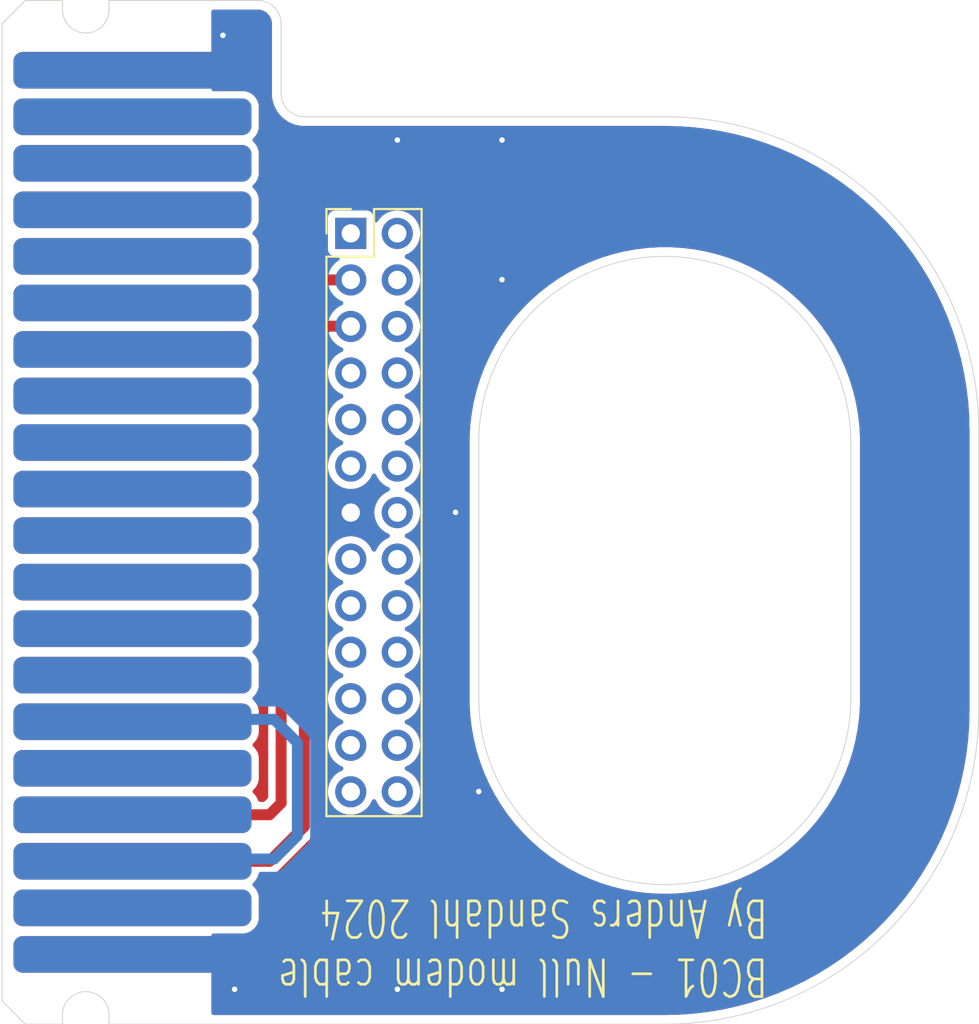
<source format=kicad_pcb>
(kicad_pcb (version 20221018) (generator pcbnew)
  (layers (0 "F.Cu" signal) (31 "B.Cu" signal) (34 "B.Paste" user) (35 "F.Paste" user) (36 "B.SilkS" user "B.Silkscreen") (37 "F.SilkS" user "F.Silkscreen") (38 "B.Mask" user) (39 "F.Mask" user) (44 "Edge.Cuts" user))
  (net 0 "")
  (net 3 "RxD")
  (net 5 "TxD")
  (net 11 "GND")
  (net 50 "Net-(J1-Pin_30)")
  (footprint "anders:IDC-female-flat-20_2" (layer "F.Cu") (at 120.7879 88.9)
    (fp_text reference "J1" hide)
    (fp_text value "Conn_02x20_Odd_Even" hide)
    (pad "1" smd roundrect (at 6.985 -24.13) (size 13 2) (layers "F.Cu" "F.Paste" "F.Mask") (net 11 "GND"))
    (pad "2" smd roundrect (at 6.985 -24.13) (size 13 2) (layers "B.Cu" "B.Paste" "B.Mask") (net 11 "GND"))
    (pad "3" smd roundrect (at 6.985 -21.59) (size 13 2) (layers "F.Cu" "F.Paste" "F.Mask"))
    (pad "4" smd roundrect (at 6.985 -21.59) (size 13 2) (layers "B.Cu" "B.Paste" "B.Mask"))
    (pad "5" smd roundrect (at 6.985 -19.05) (size 13 2) (layers "F.Cu" "F.Paste" "F.Mask"))
    (pad "6" smd roundrect (at 6.985 -19.05) (size 13 2) (layers "B.Cu" "B.Paste" "B.Mask"))
    (pad "7" smd roundrect (at 6.985 -16.51) (size 13 2) (layers "F.Cu" "F.Paste" "F.Mask"))
    (pad "8" smd roundrect (at 6.985 -16.51) (size 13 2) (layers "B.Cu" "B.Paste" "B.Mask"))
    (pad "9" smd roundrect (at 6.985 -13.97) (size 13 2) (layers "F.Cu" "F.Paste" "F.Mask"))
    (pad "10" smd roundrect (at 6.985 -13.97) (size 13 2) (layers "B.Cu" "B.Paste" "B.Mask"))
    (pad "11" smd roundrect (at 6.985 -11.43) (size 13 2) (layers "F.Cu" "F.Paste" "F.Mask"))
    (pad "12" smd roundrect (at 6.985 -11.43) (size 13 2) (layers "B.Cu" "B.Paste" "B.Mask"))
    (pad "13" smd roundrect (at 6.985 -8.89) (size 13 2) (layers "F.Cu" "F.Paste" "F.Mask"))
    (pad "14" smd roundrect (at 6.985 -8.89) (size 13 2) (layers "B.Cu" "B.Paste" "B.Mask"))
    (pad "15" smd roundrect (at 6.985 -6.35) (size 13 2) (layers "F.Cu" "F.Paste" "F.Mask"))
    (pad "16" smd roundrect (at 6.985 -6.35) (size 13 2) (layers "B.Cu" "B.Paste" "B.Mask"))
    (pad "17" smd roundrect (at 6.985 -3.81) (size 13 2) (layers "F.Cu" "F.Paste" "F.Mask"))
    (pad "18" smd roundrect (at 6.985 -3.81) (size 13 2) (layers "B.Cu" "B.Paste" "B.Mask"))
    (pad "19" smd roundrect (at 6.985 -1.27) (size 13 2) (layers "F.Cu" "F.Paste" "F.Mask"))
    (pad "20" smd roundrect (at 6.985 -1.27) (size 13 2) (layers "B.Cu" "B.Paste" "B.Mask"))
    (pad "21" smd roundrect (at 6.985 1.27) (size 13 2) (layers "F.Cu" "F.Paste" "F.Mask"))
    (pad "22" smd roundrect (at 6.985 1.27) (size 13 2) (layers "B.Cu" "B.Paste" "B.Mask"))
    (pad "23" smd roundrect (at 6.985 3.81) (size 13 2) (layers "F.Cu" "F.Paste" "F.Mask"))
    (pad "24" smd roundrect (at 6.985 3.81) (size 13 2) (layers "B.Cu" "B.Paste" "B.Mask"))
    (pad "25" smd roundrect (at 6.985 6.35) (size 13 2) (layers "F.Cu" "F.Paste" "F.Mask"))
    (pad "26" smd roundrect (at 6.985 6.35) (size 13 2) (layers "B.Cu" "B.Paste" "B.Mask"))
    (pad "27" smd roundrect (at 6.985 8.89) (size 13 2) (layers "F.Cu" "F.Paste" "F.Mask"))
    (pad "28" smd roundrect (at 6.985 8.89) (size 13 2) (layers "B.Cu" "B.Paste" "B.Mask"))
    (pad "29" smd roundrect (at 6.985 11.43) (size 13 2) (layers "F.Cu" "F.Paste" "F.Mask"))
    (pad "30" smd roundrect (at 6.985 11.43) (size 13 2) (layers "B.Cu" "B.Paste" "B.Mask") (net 50 "Net-(J1-Pin_30)"))
    (pad "31" smd roundrect (at 6.985 13.97) (size 13 2) (layers "F.Cu" "F.Paste" "F.Mask"))
    (pad "32" smd roundrect (at 6.985 13.97) (size 13 2) (layers "B.Cu" "B.Paste" "B.Mask"))
    (pad "33" smd roundrect (at 6.985 16.51) (size 13 2) (layers "F.Cu" "F.Paste" "F.Mask") (net 3 "RxD"))
    (pad "34" smd roundrect (at 6.985 16.51) (size 13 2) (layers "B.Cu" "B.Paste" "B.Mask"))
    (pad "35" smd roundrect (at 6.985 19.05) (size 13 2) (layers "F.Cu" "F.Paste" "F.Mask") (net 5 "TxD"))
    (pad "36" smd roundrect (at 6.985 19.05) (size 13 2) (layers "B.Cu" "B.Paste" "B.Mask") (net 50 "Net-(J1-Pin_30)"))
    (pad "37" smd roundrect (at 6.985 21.59) (size 13 2) (layers "F.Cu" "F.Paste" "F.Mask"))
    (pad "38" smd roundrect (at 6.985 21.59) (size 13 2) (layers "B.Cu" "B.Paste" "B.Mask"))
    (pad "39" smd roundrect (at 6.985 24.13) (size 13 2) (layers "F.Cu" "F.Paste" "F.Mask") (net 11 "GND"))
    (pad "40" smd roundrect (at 6.985 24.13) (size 13 2) (layers "B.Cu" "B.Paste" "B.Mask") (net 11 "GND"))
  )
  (footprint "Connector_PinHeader_2.54mm:PinHeader_2x13_P2.54mm_Vertical" (layer "F.Cu") (at 139.695 73.675)
    (fp_text reference "J2" hide)
    (fp_text value "Conn_02x13_Odd_Even" hide)
    (fp_line (start -1.33 -1.33) (end 0 -1.33) (stroke (width 0.12)) (layer "F.SilkS"))
    (fp_line (start -1.33 0) (end -1.33 -1.33) (stroke (width 0.12)) (layer "F.SilkS"))
    (fp_line (start -1.33 1.27) (end -1.33 31.81) (stroke (width 0.12)) (layer "F.SilkS"))
    (fp_line (start -1.33 1.27) (end 1.27 1.27) (stroke (width 0.12)) (layer "F.SilkS"))
    (fp_line (start -1.33 31.81) (end 3.87 31.81) (stroke (width 0.12)) (layer "F.SilkS"))
    (fp_line (start 1.27 -1.33) (end 3.87 -1.33) (stroke (width 0.12)) (layer "F.SilkS"))
    (fp_line (start 1.27 1.27) (end 1.27 -1.33) (stroke (width 0.12)) (layer "F.SilkS"))
    (fp_line (start 3.87 -1.33) (end 3.87 31.81) (stroke (width 0.12)) (layer "F.SilkS"))
    (pad "1" thru_hole rect (at 0 0) (size 1.7 1.7) (drill 1) (layers "*.Cu" "*.Mask"))
    (pad "2" thru_hole oval (at 2.54 0) (size 1.7 1.7) (drill 1) (layers "*.Cu" "*.Mask"))
    (pad "3" thru_hole oval (at 0 2.54) (size 1.7 1.7) (drill 1) (layers "*.Cu" "*.Mask") (net 3 "RxD"))
    (pad "4" thru_hole oval (at 2.54 2.54) (size 1.7 1.7) (drill 1) (layers "*.Cu" "*.Mask"))
    (pad "5" thru_hole oval (at 0 5.08) (size 1.7 1.7) (drill 1) (layers "*.Cu" "*.Mask") (net 5 "TxD"))
    (pad "6" thru_hole oval (at 2.54 5.08) (size 1.7 1.7) (drill 1) (layers "*.Cu" "*.Mask"))
    (pad "7" thru_hole oval (at 0 7.62) (size 1.7 1.7) (drill 1) (layers "*.Cu" "*.Mask"))
    (pad "8" thru_hole oval (at 2.54 7.62) (size 1.7 1.7) (drill 1) (layers "*.Cu" "*.Mask"))
    (pad "9" thru_hole oval (at 0 10.16) (size 1.7 1.7) (drill 1) (layers "*.Cu" "*.Mask"))
    (pad "10" thru_hole oval (at 2.54 10.16) (size 1.7 1.7) (drill 1) (layers "*.Cu" "*.Mask"))
    (pad "11" thru_hole oval (at 0 12.7) (size 1.7 1.7) (drill 1) (layers "*.Cu" "*.Mask"))
    (pad "12" thru_hole oval (at 2.54 12.7) (size 1.7 1.7) (drill 1) (layers "*.Cu" "*.Mask"))
    (pad "13" thru_hole oval (at 0 15.24) (size 1.7 1.7) (drill 1) (layers "*.Cu" "*.Mask") (net 11 "GND"))
    (pad "14" thru_hole oval (at 2.54 15.24) (size 1.7 1.7) (drill 1) (layers "*.Cu" "*.Mask"))
    (pad "15" thru_hole oval (at 0 17.78) (size 1.7 1.7) (drill 1) (layers "*.Cu" "*.Mask"))
    (pad "16" thru_hole oval (at 2.54 17.78) (size 1.7 1.7) (drill 1) (layers "*.Cu" "*.Mask"))
    (pad "17" thru_hole oval (at 0 20.32) (size 1.7 1.7) (drill 1) (layers "*.Cu" "*.Mask"))
    (pad "18" thru_hole oval (at 2.54 20.32) (size 1.7 1.7) (drill 1) (layers "*.Cu" "*.Mask"))
    (pad "19" thru_hole oval (at 0 22.86) (size 1.7 1.7) (drill 1) (layers "*.Cu" "*.Mask"))
    (pad "20" thru_hole oval (at 2.54 22.86) (size 1.7 1.7) (drill 1) (layers "*.Cu" "*.Mask"))
    (pad "21" thru_hole oval (at 0 25.4) (size 1.7 1.7) (drill 1) (layers "*.Cu" "*.Mask"))
    (pad "22" thru_hole oval (at 2.54 25.4) (size 1.7 1.7) (drill 1) (layers "*.Cu" "*.Mask"))
    (pad "23" thru_hole oval (at 0 27.94) (size 1.7 1.7) (drill 1) (layers "*.Cu" "*.Mask"))
    (pad "24" thru_hole oval (at 2.54 27.94) (size 1.7 1.7) (drill 1) (layers "*.Cu" "*.Mask"))
    (pad "25" thru_hole oval (at 0 30.48) (size 1.7 1.7) (drill 1) (layers "*.Cu" "*.Mask"))
    (pad "26" thru_hole oval (at 2.54 30.48) (size 1.7 1.7) (drill 1) (layers "*.Cu" "*.Mask"))
  )
  (gr_arc (start 173.99 99.695) (mid 168.968346 111.818346) (end 156.845 116.84) (stroke (width 0.05)) (layer "Edge.Cuts"))
  (gr_line (start 123.952 61.468) (end 123.952 60.96) (stroke (width 0.05)) (layer "Edge.Cuts"))
  (gr_arc (start 146.685 85.09) (mid 156.845 74.93) (end 167.005 85.09) (stroke (width 0.05)) (layer "Edge.Cuts"))
  (gr_line (start 126.492 116.84) (end 156.845 116.84) (stroke (width 0.05)) (layer "Edge.Cuts"))
  (gr_arc (start 126.492 61.468) (mid 125.222 62.738) (end 123.952 61.468) (stroke (width 0.05)) (layer "Edge.Cuts"))
  (gr_line (start 120.65 114.935) (end 120.65 115.57) (stroke (width 0.05)) (layer "Edge.Cuts"))
  (gr_line (start 146.685 85.09) (end 146.685 99.06) (stroke (width 0.05)) (layer "Edge.Cuts"))
  (gr_line (start 121.92 60.96) (end 123.952 60.96) (stroke (width 0.05)) (layer "Edge.Cuts"))
  (gr_arc (start 167.005 99.06) (mid 156.845 109.22) (end 146.685 99.06) (stroke (width 0.05)) (layer "Edge.Cuts"))
  (gr_line (start 167.005 85.09) (end 167.005 99.06) (stroke (width 0.05)) (layer "Edge.Cuts"))
  (gr_line (start 135.890001 62.229999) (end 135.890001 66.039999) (stroke (width 0.05)) (layer "Edge.Cuts"))
  (gr_arc (start 123.952 116.332) (mid 125.222 115.062) (end 126.492 116.332) (stroke (width 0.05)) (layer "Edge.Cuts"))
  (gr_line (start 120.65 114.935) (end 120.65 62.865) (stroke (width 0.05)) (layer "Edge.Cuts"))
  (gr_line (start 126.492 116.332) (end 126.492 116.84) (stroke (width 0.05)) (layer "Edge.Cuts"))
  (gr_line (start 137.160001 67.309999) (end 137.795 67.31) (stroke (width 0.05)) (layer "Edge.Cuts"))
  (gr_line (start 120.65 62.23) (end 121.92 60.96) (stroke (width 0.05)) (layer "Edge.Cuts"))
  (gr_line (start 120.65 115.57) (end 121.92 116.84) (stroke (width 0.05)) (layer "Edge.Cuts"))
  (gr_line (start 173.99 84.455) (end 173.99 99.695) (stroke (width 0.05)) (layer "Edge.Cuts"))
  (gr_line (start 137.795 67.31) (end 156.845 67.31) (stroke (width 0.05)) (layer "Edge.Cuts"))
  (gr_line (start 126.492 60.96) (end 134.620001 60.959999) (stroke (width 0.05)) (layer "Edge.Cuts"))
  (gr_line (start 123.952 116.332) (end 123.952 116.84) (stroke (width 0.05)) (layer "Edge.Cuts"))
  (gr_arc (start 156.845 67.31) (mid 168.968346 72.331654) (end 173.99 84.455) (stroke (width 0.05)) (layer "Edge.Cuts"))
  (gr_arc (start 137.160001 67.309999) (mid 136.261975 66.938025) (end 135.890001 66.039999) (stroke (width 0.05)) (layer "Edge.Cuts"))
  (gr_line (start 126.492 61.468) (end 126.492 60.96) (stroke (width 0.05)) (layer "Edge.Cuts"))
  (gr_line (start 121.92 116.84) (end 123.952 116.84) (stroke (width 0.05)) (layer "Edge.Cuts"))
  (gr_arc (start 134.620001 60.959999) (mid 135.518027 61.331973) (end 135.890001 62.229999) (stroke (width 0.05)) (layer "Edge.Cuts"))
  (gr_line (start 120.65 62.865) (end 120.65 62.23) (stroke (width 0.05)) (layer "Edge.Cuts"))
  (gr_text "BC01 - Null modem cable\nBy Anders Sandahl 2024" (at 162.56 109.855 180) (layer "F.SilkS") (effects (font (size 2 1.3)) (justify left bottom)))
  (segment (start 127.7729 105.41) (end 135.255 105.41) (width 0.6) (layer "F.Cu") (net 3))
  (segment (start 135.255 105.41) (end 135.89 104.775) (width 0.6) (layer "F.Cu") (net 3))
  (segment (start 135.89 104.775) (end 135.89 78.105) (width 0.6) (layer "F.Cu") (net 3))
  (segment (start 137.795 76.2) (end 137.81 76.215) (width 0.6) (layer "F.Cu") (net 3))
  (segment (start 135.89 78.105) (end 137.795 76.2) (width 0.6) (layer "F.Cu") (net 3))
  (segment (start 137.81 76.215) (end 139.695 76.215) (width 0.6) (layer "F.Cu") (net 3))
  (segment (start 138.415 78.7475) (end 137.16 80.0025) (width 0.6) (layer "F.Cu") (net 5))
  (segment (start 127.7729 107.95) (end 135.255 107.95) (width 0.6) (layer "F.Cu") (net 5))
  (segment (start 139.695 78.755) (end 139.68 78.74) (width 0.6) (layer "F.Cu") (net 5))
  (segment (start 135.255 107.95) (end 137.16 106.045) (width 0.6) (layer "F.Cu") (net 5))
  (segment (start 137.16 106.045) (end 137.16 80.01) (width 0.6) (layer "F.Cu") (net 5))
  (segment (start 139.68 78.74) (end 138.425 78.74) (width 0.6) (layer "F.Cu") (net 5))
  (via (at 132.715 62.865) (size 0.6) (drill 0.3) (layers "F.Cu" "B.Cu") (net 11))
  (via (at 145.415 88.9) (size 0.6) (drill 0.3) (layers "F.Cu" "B.Cu") (net 11))
  (via (at 146.685 104.14) (size 0.6) (drill 0.3) (layers "F.Cu" "B.Cu") (net 11))
  (via (at 133.35 114.935) (size 0.6) (drill 0.3) (layers "F.Cu" "B.Cu") (net 11))
  (via (at 142.24 68.58) (size 0.6) (drill 0.3) (layers "F.Cu" "B.Cu") (net 11))
  (via (at 142.24 114.935) (size 0.6) (drill 0.3) (layers "F.Cu" "B.Cu") (net 11))
  (via (at 147.955 114.935) (size 0.6) (drill 0.3) (layers "F.Cu" "B.Cu") (net 11))
  (via (at 147.955 68.58) (size 0.6) (drill 0.3) (layers "F.Cu" "B.Cu") (net 11))
  (via (at 147.955 76.2) (size 0.6) (drill 0.3) (layers "F.Cu" "B.Cu") (net 11))
  (segment (start 135.509 107.823) (end 136.779 106.553) (width 0.6) (layer "B.Cu") (net 50))
  (segment (start 136.779 106.553) (end 136.779 101.473) (width 0.6) (layer "B.Cu") (net 50))
  (segment (start 127.254 107.823) (end 135.509 107.823) (width 0.6) (layer "B.Cu") (net 50))
  (segment (start 136.779 101.473) (end 135.509 100.203) (width 0.6) (layer "B.Cu") (net 50))
  (segment (start 135.509 100.203) (end 127.254 100.203) (width 0.6) (layer "B.Cu") (net 50))
  (zone (net 11) (net_name "GND") (layer "F.Cu") (connect_pads yes (clearance 0.4)) (min_thickness 0.25) (fill yes (thermal_gap 0.3) (thermal_bridge_width 0.5))
    (polygon (pts (xy 132.08 60.96) (xy 173.99 60.96) (xy 173.99 116.84) (xy 132.08 116.84)))
  )
  (zone (net 11) (net_name "GND") (layer "B.Cu") (priority 1) (connect_pads yes (clearance 0.4)) (min_thickness 0.25) (fill yes (thermal_gap 0.5) (thermal_bridge_width 0.5))
    (polygon (pts (xy 132.08 60.96) (xy 173.99 60.96) (xy 173.99 116.84) (xy 132.08 116.84)))
  )
)
</source>
